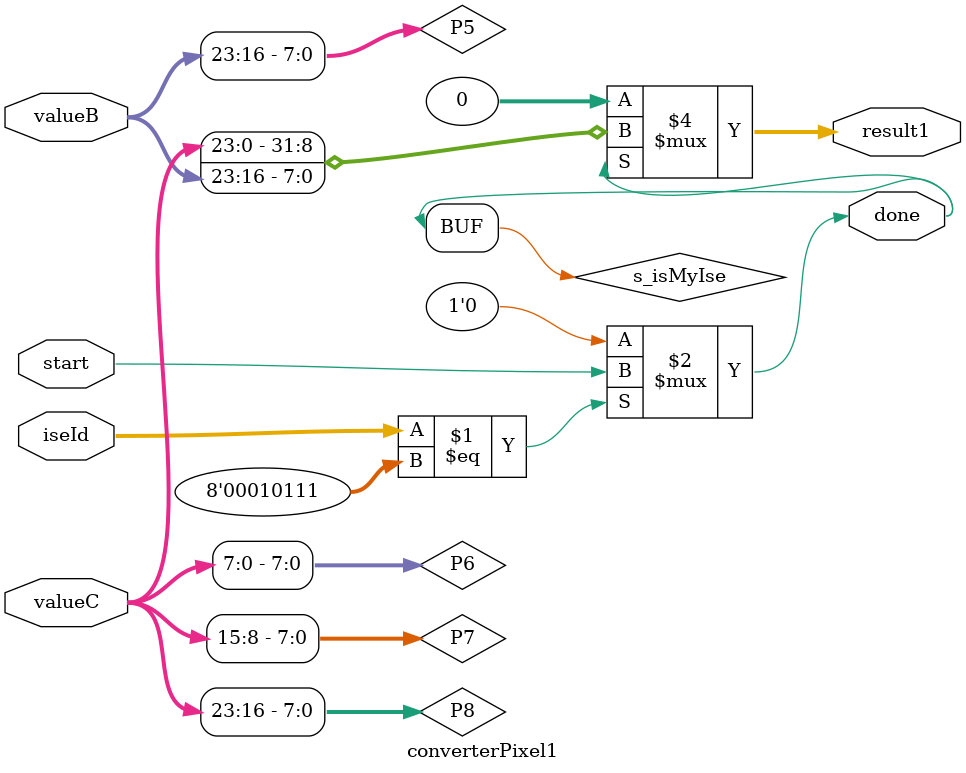
<source format=v>
module converterPixel1 #(parameter [7:0] customInstructionId = 8'd23 )
(
    input  wire        start,
    input  wire [31:0] valueB, // {00, P5, 00, P4}
    input  wire [31:0] valueC, // {00, P8, P7, P6}
    input  wire [7:0]  iseId,
    output wire        done,
    output wire [31:0] result1  // Next 4 pixels: {P8, P7, P6, P5}
);

    wire s_isMyIse = (iseId == customInstructionId) ? start : 1'b0;

    // Extract pixels from inputs
    wire [7:0] P5 = valueB[23:16];

    wire [7:0] P8 = valueC[23:16];
    wire [7:0] P7 = valueC[15:8];
    wire [7:0] P6 = valueC[7:0];

    assign done    = s_isMyIse;
    assign result1 = (s_isMyIse == 1'b1) ? {P8, P7, P6, P5} : 32'd0;

endmodule
</source>
